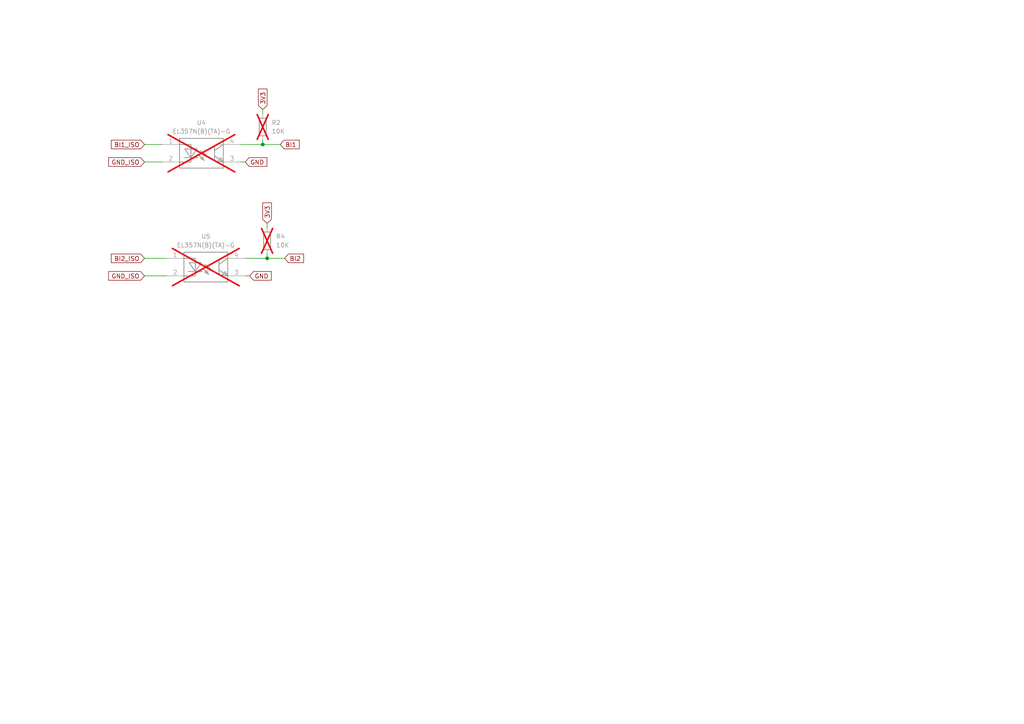
<source format=kicad_sch>
(kicad_sch (version 20250114) (generator "eeschema") (generator_version "9.0")
  (paper "A4")
  (lib_symbols
    (symbol "Device:R" (pin_numbers (hide yes)) (pin_names (offset 0))
      (property "Reference" "R" (at 2.032 0 90))
      (property "Value" "R" (at 0 0 90))
      (symbol "R_0_1"
        (rectangle (start -1.016 -2.54) (end 1.016 2.54) (stroke (width 0.254)))
      )
      (symbol "R_1_1"
        (pin passive line (at 0 3.81 270) (length 1.27) (name "~") (number "1"))
        (pin passive line (at 0 -3.81 90) (length 1.27) (name "~") (number "2"))
      )
    )
    (symbol "EasyEdaLibary:EL357N(B)(TA)-G"
      (property "Reference" "U?" (at 0 0 0))
      (property "Value" "EL357N(B)(TA)-G" (at 0 0 0))
      (symbol "EL357N(B)(TA)-G_0_0"
        (rectangle (start -6.35 4.318) (end 6.35 -4.318) (stroke (width 0.254)))
        (polyline (pts (xy -6.35 2.54) (xy -3.048 2.54) (xy -3.048 -2.54) (xy -6.35 -2.54)) (stroke (width 0.254)))
        (polyline (pts (xy -4.826 1.27) (xy -3.048 -1.27) (xy -1.27 1.27) (xy -4.826 1.27)) (stroke (width 0.254)))
        (polyline (pts (xy -1.016 -0.254) (xy 0.762 -2.032)) (stroke (width 0.254)))
        (polyline (pts (xy -1.016 -1.27) (xy -5.08 -1.27)) (stroke (width 0.254)))
        (polyline (pts (xy -0.254 0.762) (xy 1.524 -1.016)) (stroke (width 0.254)))
        (polyline (pts (xy 0.762 -2.032) (xy 0.254 -1.016) (xy -0.254 -1.524) (xy 0.762 -2.032)) (stroke (width 0.254)) (fill (type outline)))
        (polyline (pts (xy 1.524 -1.016) (xy 1.016 0) (xy 0.508 -0.508) (xy 1.524 -1.016)) (stroke (width 0.254)) (fill (type outline)))
        (polyline (pts (xy 3.81 2.286) (xy 3.81 -2.286)) (stroke (width 0.254)))
        (polyline (pts (xy 3.81 -0.762) (xy 6.35 -2.54)) (stroke (width 0.254)))
        (polyline (pts (xy 6.35 2.54) (xy 3.81 0.762)) (stroke (width 0.254)))
        (polyline (pts (xy 6.35 -2.54) (xy 5.588 -1.27) (xy 4.826 -2.286) (xy 6.35 -2.54)) (stroke (width 0.254)))
        (pin unspecified line (at -11.43 2.54 0) (length 5.08) (name "AN") (number "1"))
        (pin unspecified line (at -11.43 -2.54 0) (length 5.08) (name "CAT") (number "2"))
        (pin unspecified line (at 11.43 2.54 180) (length 5.08) (name "COL") (number "4"))
        (pin unspecified line (at 11.43 -2.54 180) (length 5.08) (name "EM") (number "3"))
      )
    )
  )
  (junction (at 76.2 41.91))
  (junction (at 77.47 74.93))
  (wire (pts (xy 69.85 41.91) (xy 76.2 41.91)))
  (wire (pts (xy 76.2 31.75) (xy 76.2 33.02)))
  (wire (pts (xy 76.2 41.91) (xy 81.28 41.91)))
  (wire (pts (xy 77.47 74.93) (xy 82.55 74.93)))
  (wire (pts (xy 41.91 80.01) (xy 48.26 80.01)))
  (wire (pts (xy 77.47 73.66) (xy 77.47 74.93)))
  (wire (pts (xy 69.85 46.99) (xy 71.12 46.99)))
  (wire (pts (xy 41.91 46.99) (xy 46.99 46.99)))
  (wire (pts (xy 76.2 40.64) (xy 76.2 41.91)))
  (wire (pts (xy 41.91 74.93) (xy 48.26 74.93)))
  (wire (pts (xy 71.12 80.01) (xy 72.39 80.01)))
  (wire (pts (xy 77.47 64.77) (xy 77.47 66.04)))
  (wire (pts (xy 71.12 74.93) (xy 77.47 74.93)))
  (wire (pts (xy 41.91 41.91) (xy 46.99 41.91)))
  (global_label "GND_ISO" (shape input) (at 41.91 46.99 180) (property "Intersheetrefs" "${INTERSHEET_REFS}" (effects (hide yes))))
  (global_label "BI2" (shape input) (at 82.55 74.93 0) (property "Intersheetrefs" "${INTERSHEET_REFS}" (effects (hide yes))))
  (global_label "3V3" (shape input) (at 76.2 31.75 90) (property "Intersheetrefs" "${INTERSHEET_REFS}" (effects (hide yes))))
  (global_label "BI2_ISO" (shape input) (at 41.91 74.93 180) (property "Intersheetrefs" "${INTERSHEET_REFS}" (effects (hide yes))))
  (global_label "BI1_ISO" (shape input) (at 41.91 41.91 180) (property "Intersheetrefs" "${INTERSHEET_REFS}" (effects (hide yes))))
  (global_label "GND" (shape input) (at 72.39 80.01 0) (property "Intersheetrefs" "${INTERSHEET_REFS}" (effects (hide yes))))
  (global_label "3V3" (shape input) (at 77.47 64.77 90) (property "Intersheetrefs" "${INTERSHEET_REFS}" (effects (hide yes))))
  (global_label "GND" (shape input) (at 71.12 46.99 0) (property "Intersheetrefs" "${INTERSHEET_REFS}" (effects (hide yes))))
  (global_label "GND_ISO" (shape input) (at 41.91 80.01 180) (property "Intersheetrefs" "${INTERSHEET_REFS}" (effects (hide yes))))
  (global_label "BI1" (shape input) (at 81.28 41.91 0) (property "Intersheetrefs" "${INTERSHEET_REFS}" (effects (hide yes))))
  (symbol (lib_id "Device:R") (at 77.47 69.85 0) (unit 1) (in_bom no) (on_board no) (dnp yes)
    (property "Reference" "R4" (at 80.01 68.5799 0) (effects (justify left)))
    (property "Value" "10K" (at 80.01 71.1199 0) (effects (justify left)))
    (property "Footprint" "Resistor_SMD:R_0402_1005Metric" (effects (hide yes)))
    (property "Description" "Resistor" (effects (hide yes)))
  )
  (symbol (lib_id "Device:R") (at 76.2 36.83 0) (unit 1) (in_bom no) (on_board no) (dnp yes)
    (property "Reference" "R2" (at 78.74 35.5599 0) (effects (justify left)))
    (property "Value" "10K" (at 78.74 38.0999 0) (effects (justify left)))
    (property "Footprint" "Resistor_SMD:R_0402_1005Metric" (effects (hide yes)))
    (property "Description" "Resistor" (effects (hide yes)))
  )
  (symbol (lib_id "EasyEdaLibary:EL357N(B)(TA)-G") (at 59.69 77.47 0) (unit 1) (in_bom no) (on_board no) (dnp yes)
    (property "Reference" "U5" (at 59.69 68.58 0))
    (property "Value" "EL357N(B)(TA)-G" (at 59.69 71.12 0))
    (property "Footprint" "EasyEdaLibary:EL357N (C6649)" (effects (hide yes)))
    (property "Manufacturer Part" "EL357N(B)(TA)-G" (effects (hide yes)))
    (property "Manufacturer" "EVERLIGHT(亿光)" (effects (hide yes)))
    (property "Supplier Part" "C6649" (effects (hide yes)))
    (property "Supplier" "LCSC" (effects (hide yes)))
  )
  (symbol (lib_id "EasyEdaLibary:EL357N(B)(TA)-G") (at 58.42 44.45 0) (unit 1) (in_bom no) (on_board no) (dnp yes)
    (property "Reference" "U4" (at 58.42 35.56 0))
    (property "Value" "EL357N(B)(TA)-G" (at 58.42 38.1 0))
    (property "Footprint" "EasyEdaLibary:EL357N (C6649)" (effects (hide yes)))
    (property "Manufacturer Part" "EL357N(B)(TA)-G" (effects (hide yes)))
    (property "Manufacturer" "EVERLIGHT(亿光)" (effects (hide yes)))
    (property "Supplier Part" "C6649" (effects (hide yes)))
    (property "Supplier" "LCSC" (effects (hide yes)))
  )
)
</source>
